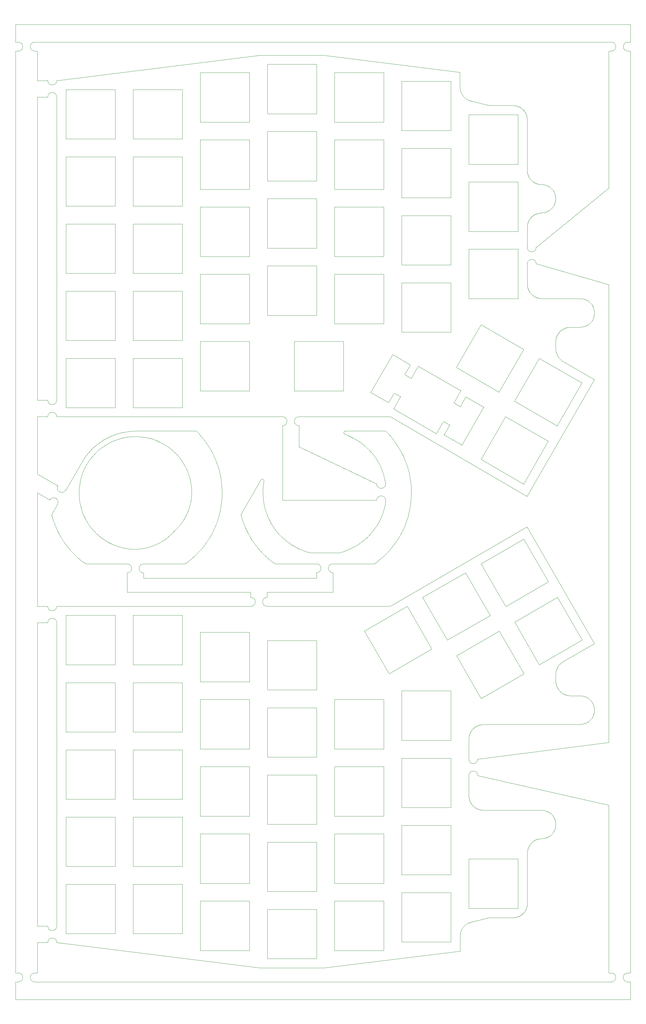
<source format=gbr>
%TF.GenerationSoftware,KiCad,Pcbnew,7.0.8*%
%TF.CreationDate,2024-02-24T01:54:29-05:00*%
%TF.ProjectId,ergothwack-upper components extra panel space,6572676f-7468-4776-9163-6b2d75707065,rev?*%
%TF.SameCoordinates,Original*%
%TF.FileFunction,Profile,NP*%
%FSLAX46Y46*%
G04 Gerber Fmt 4.6, Leading zero omitted, Abs format (unit mm)*
G04 Created by KiCad (PCBNEW 7.0.8) date 2024-02-24 01:54:29*
%MOMM*%
%LPD*%
G01*
G04 APERTURE LIST*
%TA.AperFunction,Profile*%
%ADD10C,0.100000*%
%TD*%
%TA.AperFunction,Profile*%
%ADD11C,0.021166*%
%TD*%
G04 APERTURE END LIST*
D10*
X88548430Y-114273476D02*
X88548430Y-111219721D01*
X93208430Y-117180000D02*
X93208430Y-111219721D01*
X102849246Y-158430000D02*
X102850000Y-157023476D01*
X102850000Y-154423476D02*
X102850000Y-152933476D01*
X98190000Y-154423476D02*
X98190000Y-152933476D01*
X44477676Y-158420000D02*
X44478430Y-157013476D01*
X49139640Y-154455169D02*
X49139640Y-152965169D01*
X44479640Y-154455169D02*
X44479640Y-152965169D01*
X84207676Y-158440000D02*
X84207676Y-159907498D01*
X79547676Y-158440000D02*
X79547676Y-159907498D01*
X21957676Y-257767498D02*
X19009246Y-257767777D01*
X21957676Y-253107498D02*
X19009246Y-253107777D01*
X21957676Y-167106946D02*
X19009246Y-167107225D01*
X21957676Y-162446946D02*
X19009246Y-162447225D01*
X22492160Y-132285188D02*
X19010000Y-130280000D01*
X19010000Y-130280000D02*
X19009246Y-162447225D01*
X21958430Y-108679721D02*
X19010000Y-108680000D01*
X21958430Y-104019721D02*
X19010000Y-104020000D01*
X21958430Y-18019721D02*
X19010000Y-18020000D01*
X21958430Y-13359721D02*
X19010000Y-13360000D01*
D11*
X158283578Y-230929886D02*
X158226970Y-231092845D01*
X161623155Y-50930554D02*
X161448732Y-50947985D01*
X65172949Y-169784715D02*
X79178218Y-169784715D01*
X117732507Y-127224833D02*
X117472842Y-125972616D01*
X117278214Y-221890000D02*
X103272934Y-221890000D01*
X143130555Y-219465548D02*
X143271724Y-219561137D01*
X172981827Y-195960832D02*
X173405162Y-195890275D01*
X158024807Y-39218334D02*
X158042238Y-39392757D01*
X34767285Y-117565907D02*
X34037993Y-118295561D01*
X105950249Y-113363221D02*
X105965083Y-113393879D01*
X27771893Y-145836703D02*
X28388281Y-146561748D01*
X118795172Y-181567490D02*
X111810166Y-169431942D01*
X167300109Y-92326886D02*
X167450040Y-92466671D01*
X79178218Y-207884721D02*
X79178218Y-221890000D01*
X60128994Y-29905000D02*
X46123714Y-29905000D01*
X141373704Y-42111106D02*
X155378994Y-42111106D01*
X161105699Y-51007420D02*
X160937516Y-51048997D01*
X141972662Y-252017218D02*
X141619879Y-252123053D01*
X46122941Y-217127498D02*
X46122941Y-203122219D01*
X166757507Y-179479351D02*
X166640649Y-179671329D01*
X122322932Y-238541103D02*
X122322932Y-224535823D01*
X140158411Y-18133458D02*
X140370678Y-18323946D01*
X142861774Y-196935234D02*
X142734462Y-197047353D01*
X86659352Y-140905675D02*
X87138350Y-141498714D01*
X168415011Y-187356912D02*
X168572573Y-187428381D01*
X165807988Y-48208378D02*
X165906380Y-47877964D01*
X71394560Y-129844044D02*
X71343158Y-128596779D01*
X157989529Y-24472210D02*
X157989529Y-38830273D01*
X166032884Y-46855972D02*
X166018828Y-46512380D01*
X168538074Y-83663559D02*
X168380512Y-83735028D01*
D10*
X12810000Y-5020000D02*
X13580000Y-5020000D01*
D11*
X98228216Y-186118333D02*
X84222936Y-186118333D01*
X54354837Y-116195298D02*
X53466690Y-115754615D01*
X161483235Y-228363262D02*
X161310678Y-228388954D01*
X84081920Y-136253757D02*
X84362598Y-136965220D01*
X159562226Y-51740614D02*
X159428697Y-51848821D01*
X70386254Y-137232583D02*
X70710023Y-136025200D01*
X155241758Y-250473738D02*
X155404716Y-250417130D01*
X159091289Y-229620805D02*
X158977591Y-229749696D01*
X83276563Y-126930279D02*
X83276563Y-126789175D01*
X168113495Y-178180833D02*
X167760717Y-178427781D01*
X166773470Y-185912879D02*
X166869060Y-186054047D01*
X138938767Y-260166383D02*
X138938767Y-255933050D01*
X161140201Y-228422695D02*
X160972017Y-228464271D01*
X167299351Y-178800320D02*
X167154381Y-178953645D01*
X165378642Y-226553394D02*
X165561370Y-226255923D01*
X173493903Y-99112550D02*
X166488450Y-111239727D01*
X158102454Y-231597186D02*
X158076762Y-231769744D01*
X38037730Y-143638130D02*
X38960109Y-144198609D01*
X83412311Y-147909611D02*
X84107452Y-148554661D01*
X82918929Y-126346879D02*
X82888956Y-126340594D01*
D10*
X186510000Y-268927500D02*
X187280000Y-268927500D01*
D11*
X78411003Y-141008871D02*
X78843369Y-141856235D01*
D10*
X187280000Y-266395000D02*
X186510000Y-266385000D01*
D11*
X162011216Y-50895275D02*
X162434556Y-50859997D01*
X59352533Y-139536940D02*
X59732448Y-139050140D01*
D10*
X19009246Y-167107225D02*
X19009246Y-253107777D01*
D11*
X100274338Y-264928885D02*
X138938767Y-260166383D01*
X159876842Y-228956794D02*
X159734676Y-229053381D01*
X46123714Y-68004996D02*
X46123714Y-53999717D01*
X83068146Y-131744248D02*
X83154146Y-132519680D01*
X166435045Y-180071098D02*
X166347953Y-180275788D01*
X159998516Y-74585363D02*
X160148179Y-74669189D01*
X159056792Y-52205535D02*
X158943094Y-52334425D01*
X164894351Y-49684751D02*
X165133302Y-49420224D01*
X165976660Y-46170984D02*
X165906380Y-45833981D01*
X156451374Y-249831324D02*
X156584903Y-249723117D01*
X123711222Y-138399373D02*
X124096797Y-137207544D01*
X135976223Y-111008587D02*
X134177029Y-109985556D01*
X161657659Y-228345831D02*
X161483235Y-228363262D01*
X173405162Y-187811662D02*
X172981827Y-187776383D01*
X138904262Y-15229443D02*
X138904262Y-10996105D01*
X155378994Y-23061108D02*
X155378994Y-37066387D01*
X163968777Y-115622397D02*
X156963345Y-127749554D01*
X70808615Y-124878732D02*
X70502965Y-123655781D01*
X166683688Y-185767389D02*
X166773470Y-185912879D01*
X84222936Y-210248317D02*
X98228216Y-210248317D01*
X79178218Y-202840002D02*
X65172949Y-202840002D01*
X106005770Y-112912131D02*
X105986303Y-112939205D01*
X54433282Y-143984080D02*
X55175492Y-143494179D01*
X136328986Y-70686098D02*
X136328986Y-84691387D01*
X84222936Y-224253607D02*
X84222936Y-210248317D01*
X154907896Y-250564514D02*
X155076080Y-250522937D01*
X176520216Y-193854567D02*
X176675969Y-193541003D01*
D10*
X186530000Y-2480000D02*
X187290000Y-2480000D01*
D11*
X46123714Y-15899721D02*
X60128994Y-15899721D01*
X159562206Y-42006605D02*
X159700159Y-42109108D01*
X83105589Y-126448753D02*
X83081856Y-126428269D01*
X157070507Y-249237514D02*
X157178715Y-249103985D01*
X139264503Y-254283502D02*
X139208863Y-254415003D01*
X118554325Y-113489455D02*
X117813501Y-112713333D01*
X161448712Y-42799240D02*
X161623135Y-42816672D01*
X37179230Y-115657651D02*
X36340177Y-116245608D01*
X39934617Y-144706456D02*
X40960717Y-145158635D01*
X27073716Y-106105002D02*
X27073716Y-92099712D01*
X79178218Y-240939998D02*
X65172949Y-240939998D01*
X46122941Y-178992224D02*
X46122941Y-164986934D01*
X98228216Y-210248317D02*
X98228216Y-224253607D01*
X141373704Y-23061108D02*
X155378994Y-23061108D01*
X65733568Y-114533845D02*
X64843768Y-113514488D01*
X122322932Y-257591106D02*
X122322932Y-243585832D01*
X166758262Y-91647860D02*
X166883388Y-91832499D01*
X158143250Y-39903973D02*
X158192450Y-40069651D01*
X167681670Y-178479633D02*
X167603346Y-178535838D01*
X157870332Y-247728690D02*
X157911909Y-247560505D01*
X165133302Y-44291719D02*
X164894351Y-44027191D01*
X30806631Y-129989804D02*
X30822038Y-130979509D01*
X167154381Y-178953645D02*
X167015200Y-179118959D01*
X163277914Y-43044971D02*
X162870291Y-42931984D01*
X160448835Y-42528611D02*
X160608861Y-42592416D01*
X132166205Y-113442771D02*
X120030666Y-106457765D01*
X157629932Y-248374233D02*
X157700719Y-248217352D01*
X60128994Y-106105002D02*
X46123714Y-106105002D01*
X83248639Y-126676799D02*
X83235912Y-126642416D01*
X43673582Y-114589315D02*
X42666489Y-114825929D01*
X44684267Y-114420862D02*
X43673582Y-114589315D01*
X166834561Y-85037888D02*
X166738972Y-85179056D01*
X141482227Y-252174921D02*
X141347147Y-252231246D01*
X175614019Y-188748659D02*
X175316672Y-188523978D01*
X144372581Y-196133432D02*
X144204282Y-196185252D01*
X142494732Y-197287082D02*
X142382613Y-197414394D01*
X176675969Y-193541003D02*
X176803403Y-193216329D01*
X158042238Y-39392757D02*
X158067931Y-39565314D01*
X79178218Y-188834723D02*
X79178218Y-202840002D01*
X168261324Y-187279189D02*
X168415011Y-187356912D01*
X157281219Y-248966031D02*
X157377805Y-248823866D01*
X145077103Y-195996110D02*
X144896570Y-196019650D01*
X144896570Y-220173122D02*
X145077103Y-220196661D01*
X157989529Y-38830273D02*
X158024807Y-39218334D01*
X106418789Y-112713333D02*
X106277676Y-112713333D01*
X166487640Y-85627894D02*
X166416170Y-85785456D01*
X65173712Y-82292502D02*
X65173712Y-68287212D01*
X157035994Y-21889693D02*
X156922296Y-21760802D01*
X89907677Y-144133152D02*
X90531978Y-144587150D01*
X41078996Y-53999717D02*
X41078996Y-68004996D01*
X165344142Y-49138127D02*
X165526869Y-48840656D01*
X84222936Y-205168331D02*
X84222936Y-191163051D01*
X167688306Y-186908743D02*
X167825004Y-187009991D01*
X144718873Y-196050483D02*
X144544161Y-196088460D01*
X141372930Y-234060827D02*
X155378210Y-234060827D01*
X46123714Y-53999717D02*
X60128994Y-53999717D01*
X158834866Y-41279264D02*
X158943074Y-41412793D01*
X106105343Y-112812623D02*
X106077220Y-112836040D01*
X160937495Y-42698225D02*
X161105679Y-42739803D01*
X166160195Y-90236733D02*
X166210080Y-90440184D01*
X160483355Y-228633882D02*
X160326475Y-228704668D01*
X157877400Y-23566700D02*
X157835822Y-23398516D01*
X157989529Y-71109437D02*
X157988430Y-65339721D01*
X119299014Y-146092860D02*
X120111438Y-145081175D01*
X158461207Y-40703034D02*
X158545320Y-40852982D01*
X159299807Y-51962519D02*
X159175767Y-52081495D01*
X177029952Y-191850968D02*
X177015793Y-191504073D01*
X28388281Y-146561748D02*
X29031903Y-147261523D01*
X165906380Y-47877964D02*
X165976660Y-47540960D01*
X154530347Y-20503252D02*
X154355923Y-20485821D01*
X161477880Y-75107566D02*
X161658414Y-75131105D01*
X60128230Y-198077500D02*
X46122941Y-198077500D01*
X117377646Y-134808497D02*
X117663218Y-133564631D01*
X103273708Y-11137219D02*
X117278998Y-11137219D01*
X84223721Y-22778881D02*
X84223721Y-8773602D01*
X158312883Y-53354587D02*
X158249078Y-53514613D01*
X165344142Y-44573817D02*
X165133302Y-44291719D01*
X107124335Y-114018620D02*
X106242398Y-113665837D01*
X176520216Y-189847369D02*
X176336145Y-189547138D01*
X166053330Y-224614832D02*
X166067386Y-224271240D01*
X159734676Y-229053381D02*
X159596723Y-229155884D01*
X159443079Y-74191985D02*
X159575159Y-74298743D01*
X113574835Y-101801108D02*
X119783718Y-91041383D01*
X177016558Y-79587859D02*
X177030717Y-79240964D01*
X161658414Y-75131105D02*
X162046455Y-75166383D01*
D10*
X143947676Y-210417498D02*
X181120000Y-218820000D01*
D11*
X143271724Y-219561137D02*
X143417213Y-219650919D01*
X158101673Y-39735790D02*
X158143250Y-39903973D01*
X138904262Y-15229443D02*
X138939541Y-15617504D01*
X147546555Y-250676662D02*
X147334885Y-250711940D01*
X61996917Y-125292568D02*
X61636103Y-124294864D01*
X169378819Y-83405204D02*
X169204107Y-83443181D01*
X52886024Y-144819911D02*
X53669575Y-144426077D01*
X98228990Y-60878887D02*
X84223721Y-60878887D01*
X142734465Y-219145422D02*
X142861778Y-219257542D01*
X80335290Y-144291357D02*
X80894264Y-145062757D01*
X157911909Y-247560505D02*
X157945651Y-247390028D01*
X82795496Y-126334994D02*
X82763379Y-126337675D01*
X154737418Y-250598255D02*
X154907896Y-250564514D01*
X157030014Y-181564927D02*
X144902858Y-188570359D01*
X176123755Y-194439476D02*
X176336145Y-194154799D01*
X60128994Y-48954998D02*
X46123714Y-48954998D01*
X60857400Y-150415022D02*
X61739337Y-149780022D01*
X159175767Y-52081495D02*
X159056792Y-52205535D01*
X165940882Y-225293231D02*
X166011162Y-224956228D01*
X159463194Y-229264091D02*
X159334304Y-229377789D01*
X162045716Y-228310543D02*
X162469051Y-228275264D01*
X154564861Y-250623948D02*
X154737418Y-250598255D01*
X166230290Y-184640441D02*
X166275262Y-184812021D01*
X122322932Y-200405839D02*
X122322932Y-186400549D01*
X159210264Y-229496765D02*
X159091289Y-229620805D01*
D10*
X12810000Y-266397500D02*
X13590000Y-266392500D01*
D11*
X103272934Y-240939998D02*
X103272934Y-226934719D01*
X103272934Y-259989996D02*
X103272934Y-245984717D01*
X163691922Y-227938502D02*
X164043322Y-227766217D01*
X158162110Y-72202021D02*
X158213930Y-72370319D01*
X162870291Y-50779954D02*
X163277914Y-50666968D01*
X46122941Y-184072221D02*
X60128230Y-184072221D01*
X143130553Y-196727228D02*
X142993854Y-196828476D01*
X141827686Y-198273177D02*
X141756217Y-198430739D01*
X176336145Y-189547138D02*
X176123755Y-189262461D01*
X154361294Y-104234295D02*
X161366726Y-92107118D01*
X67844464Y-142985276D02*
X68475192Y-141881117D01*
D10*
X19010000Y-124900000D02*
X24822160Y-128249510D01*
D11*
X169067029Y-187603786D02*
X169238609Y-187648758D01*
X157918218Y-139869167D02*
X119147945Y-162446946D01*
X89306011Y-143653574D02*
X89907677Y-144133152D01*
X105941130Y-113024559D02*
X105930526Y-113054152D01*
X32705089Y-119887161D02*
X32106024Y-120746419D01*
X46816835Y-112738365D02*
X45899620Y-112773643D01*
X58992805Y-119920262D02*
X58316467Y-119177349D01*
X142993854Y-196828476D02*
X142861774Y-196935234D01*
X27073716Y-48954998D02*
X27073716Y-34949719D01*
X93242865Y-146128094D02*
X93970843Y-146439756D01*
X177015793Y-192197864D02*
X177029952Y-191850968D01*
X106075360Y-113540806D02*
X106104728Y-113568421D01*
X116501663Y-148902245D02*
X117493920Y-148005940D01*
X98228990Y-41828889D02*
X84223721Y-41828889D01*
X140369911Y-252831449D02*
X140157642Y-253019741D01*
X136328986Y-65641379D02*
X122323716Y-65641379D01*
X31116356Y-149195278D02*
X31859096Y-149780022D01*
X160785589Y-74941966D02*
X160953888Y-74993786D01*
X84222936Y-248348334D02*
X98228216Y-248348334D01*
X103273708Y-44192496D02*
X103273708Y-30187217D01*
X105982306Y-113424208D02*
X106001933Y-113454136D01*
X166565362Y-85474207D02*
X166487640Y-85627894D01*
X69044942Y-140751223D02*
X69553506Y-139598139D01*
X119783718Y-91041383D02*
X124828416Y-93969423D01*
X147793493Y-250676662D02*
X147546555Y-250676662D01*
X111810166Y-169431942D02*
X123945715Y-162446946D01*
X56588806Y-142371699D02*
X57153259Y-141842534D01*
X158213930Y-72370319D02*
X158272448Y-72535187D01*
X166738972Y-85179056D02*
X166649189Y-85324545D01*
X166018828Y-46512380D02*
X165976660Y-46170984D01*
X173543437Y-172003841D02*
X161416265Y-179009273D01*
X167556227Y-186801985D02*
X167688306Y-186908743D01*
X83057038Y-126409698D02*
X83031199Y-126393078D01*
X60128230Y-164986934D02*
X60128230Y-178992224D01*
X164008825Y-50350950D02*
X164332112Y-50152310D01*
X41078222Y-203122219D02*
X41078222Y-217127498D01*
X29701778Y-147934634D02*
X30396922Y-148579684D01*
X83128173Y-126471109D02*
X83105589Y-126448753D01*
X141620632Y-19039450D02*
X141973415Y-19145275D01*
X155875143Y-250204983D02*
X156025092Y-250120870D01*
X136328212Y-224535823D02*
X136328212Y-238541103D01*
X166067386Y-224271240D02*
X166053330Y-223927648D01*
X118619554Y-104693890D02*
X113574835Y-101801108D01*
X142993857Y-219364300D02*
X143130555Y-219465548D01*
X164043322Y-227766217D02*
X164366610Y-227567578D01*
X139459198Y-17242830D02*
X139610076Y-17483031D01*
X175316672Y-195177958D02*
X175614019Y-194953278D01*
X143720561Y-196380308D02*
X143566874Y-196458030D01*
X27072953Y-198077500D02*
X27072953Y-184072221D01*
X158024053Y-246654995D02*
X158024053Y-232296932D01*
X27072953Y-178992224D02*
X27072953Y-164986934D01*
X125018981Y-132310136D02*
X125093465Y-131065985D01*
X117472842Y-125972616D02*
X117121400Y-124738924D01*
X147300381Y-20415274D02*
X147512030Y-20450553D01*
X158486709Y-73007726D02*
X158570536Y-73157389D01*
X82763379Y-126337675D02*
X82730886Y-126342694D01*
X139610076Y-17483031D02*
X139777386Y-17712121D01*
X88173114Y-142621529D02*
X88727612Y-143149379D01*
X71382917Y-131091024D02*
X71394560Y-129844044D01*
X67152964Y-144061154D02*
X67844464Y-142985276D01*
X157821132Y-247894368D02*
X157870332Y-247728690D01*
X83169632Y-126521287D02*
X83149542Y-126495300D01*
X62000971Y-134697469D02*
X62182760Y-134109279D01*
X27072953Y-217127498D02*
X27072953Y-203122219D01*
X159056772Y-41541684D02*
X159175747Y-41665723D01*
X124828416Y-93969423D02*
X123240932Y-96721091D01*
X87138350Y-141498714D02*
X87643149Y-142070987D01*
X169771551Y-187741105D02*
X170159612Y-187776383D01*
X23039640Y-136480312D02*
X24691864Y-133555188D01*
X47860603Y-146157036D02*
X48728490Y-146057603D01*
X65172949Y-240939998D02*
X65172949Y-226934719D01*
X175614785Y-82343274D02*
X175883812Y-82096372D01*
X115338254Y-139513949D02*
X115982150Y-138389469D01*
X136328986Y-84691387D02*
X122323716Y-84691387D01*
X65172949Y-188834723D02*
X79178218Y-188834723D01*
X117278214Y-245984717D02*
X117278214Y-259989996D01*
X167077066Y-186322824D02*
X167189185Y-186450137D01*
X158495725Y-230459457D02*
X158418169Y-230612979D01*
X114605422Y-140594355D02*
X115338254Y-139513949D01*
X166067383Y-183719438D02*
X166067383Y-181708614D01*
X155530230Y-20773877D02*
X155370204Y-20710072D01*
X32019058Y-124136401D02*
X31658965Y-125086690D01*
X84223721Y-65923606D02*
X98228990Y-65923606D01*
X175317439Y-75913978D02*
X174991775Y-75713740D01*
X41078996Y-15899721D02*
X41078996Y-29905000D01*
X141085061Y-252356905D02*
X140834344Y-252499308D01*
X31647406Y-121522532D02*
X27021864Y-129519510D01*
X160023005Y-228866338D02*
X159876842Y-228956794D01*
X78012743Y-140146004D02*
X78411003Y-141008871D01*
X136328212Y-200405839D02*
X122322932Y-200405839D01*
X136328986Y-51636100D02*
X136328986Y-65641379D01*
X157552375Y-248527754D02*
X157629932Y-248374233D01*
X23611918Y-138404376D02*
X23939021Y-139294062D01*
D10*
X13590000Y-268932500D02*
X12810000Y-268937500D01*
D11*
X169032528Y-83488153D02*
X168864230Y-83539973D01*
X36351501Y-142371417D02*
X37168015Y-143028054D01*
X124213518Y-123630746D02*
X123843790Y-122420237D01*
X33349837Y-119069760D02*
X32705089Y-119887161D01*
X144204282Y-196185252D02*
X144039414Y-196243770D01*
X118426440Y-147068630D02*
X119299014Y-146092860D01*
X176803403Y-193216329D02*
X176902518Y-192882766D01*
X154873383Y-20562687D02*
X154702905Y-20528945D01*
X46122941Y-203122219D02*
X60128230Y-203122219D01*
D10*
X19010000Y-104020000D02*
X19010000Y-18020000D01*
D11*
X158766881Y-230021178D02*
X158670294Y-230163344D01*
X147475998Y-165022223D02*
X135340439Y-172007228D01*
X139209637Y-16732610D02*
X139325478Y-16992397D01*
X173844101Y-187891907D02*
X173405162Y-187811662D01*
X141580814Y-198925194D02*
X141535842Y-199096774D01*
X82698083Y-126350091D02*
X82665034Y-126359903D01*
X166018828Y-47199564D02*
X166032884Y-46855972D01*
X60128230Y-217127498D02*
X46122941Y-217127498D01*
X41078996Y-29905000D02*
X27073716Y-29905000D01*
X160608861Y-42592416D02*
X160771818Y-42649025D01*
X166292583Y-86111614D02*
X166240763Y-86279913D01*
X156171255Y-250030414D02*
X156313421Y-249933827D01*
X117278998Y-82292502D02*
X103273708Y-82292502D01*
X41078996Y-34949719D02*
X41078996Y-48954998D01*
X158272448Y-72535187D02*
X158337517Y-72696477D01*
X103273708Y-25142498D02*
X103273708Y-11137219D01*
X120863503Y-144036120D02*
X121555003Y-142960240D01*
X79179002Y-11137219D02*
X79179002Y-25142498D01*
X156136743Y-21096791D02*
X155990580Y-21006334D01*
X144544161Y-196088460D02*
X144372581Y-196133432D01*
X155207246Y-20653464D02*
X155041568Y-20604264D01*
X174637024Y-188150168D02*
X174254722Y-188005483D01*
X167154687Y-84641799D02*
X167042568Y-84769111D01*
X141756217Y-198430739D02*
X141691150Y-198592028D01*
X60128230Y-203122219D02*
X60128230Y-217127498D01*
X61316284Y-136412015D02*
X61567371Y-135849715D01*
X38731651Y-116480350D02*
X37785730Y-117077536D01*
X79178218Y-183790004D02*
X65172949Y-183790004D01*
X27073716Y-34949719D02*
X41078996Y-34949719D01*
X96329355Y-147215002D02*
X104654894Y-147215002D01*
X52553325Y-115368915D02*
X51617623Y-115039517D01*
X106048447Y-113512506D02*
X106075360Y-113540806D01*
X60128230Y-255227494D02*
X46122941Y-255227494D01*
X142734462Y-197047353D02*
X142612065Y-197164685D01*
X161105679Y-42739803D02*
X161276155Y-42773546D01*
X122323716Y-32586102D02*
X136328986Y-32586102D01*
X158408987Y-72854040D02*
X158486709Y-73007726D01*
X83170728Y-127776948D02*
X83077090Y-128579219D01*
X83149542Y-126495300D02*
X83128173Y-126471109D01*
X82098821Y-146536723D02*
X82742441Y-147236500D01*
X27072953Y-164986934D02*
X41078222Y-164986934D01*
X123409777Y-121224715D02*
X122911271Y-120046723D01*
X167521729Y-84289952D02*
X167394416Y-84402071D01*
X30898153Y-131965157D02*
X31034437Y-132943713D01*
X124881867Y-133548912D02*
X125018981Y-132310136D01*
X65173712Y-87337221D02*
X79179002Y-87337221D01*
D10*
X12810000Y-2480000D02*
X12810000Y2480000D01*
D11*
X157013098Y-143366807D02*
X164018525Y-155493984D01*
X141408209Y-216174994D02*
X141407676Y-210417498D01*
X162011216Y-50895275D02*
X161623155Y-50930554D01*
X65172949Y-202840002D02*
X65172949Y-188834723D01*
X176974080Y-79932533D02*
X177016558Y-79587859D01*
X165681485Y-48530008D02*
X165807988Y-48208378D01*
X165526869Y-48840656D02*
X165681485Y-48530008D01*
X30960082Y-128010368D02*
X30852467Y-128999078D01*
X45899620Y-112773643D02*
X44854070Y-112863955D01*
X158136195Y-231426708D02*
X158102454Y-231597186D01*
X106135598Y-112790297D02*
X106105343Y-112812623D01*
X158067931Y-39565314D02*
X158101673Y-39735790D01*
X158337517Y-72696477D02*
X158408987Y-72854040D01*
X32741033Y-150415022D02*
X44479640Y-150425169D01*
X140157642Y-253019741D02*
X139959635Y-253221881D01*
X27072953Y-241222215D02*
X41078222Y-241222215D01*
X127050930Y-94322206D02*
X139151211Y-101307212D01*
X155378994Y-75166383D02*
X141373704Y-75166383D01*
X167272020Y-84519403D02*
X167154687Y-84641799D01*
X141347904Y-18930870D02*
X141620632Y-19039450D01*
X159988507Y-51451067D02*
X159842344Y-51541523D01*
X173405931Y-75201662D02*
X172982591Y-75166383D01*
X83188379Y-126549030D02*
X83169632Y-126521287D01*
X139609303Y-253664817D02*
X139458426Y-253904165D01*
X144718874Y-220142290D02*
X144896570Y-220173122D01*
X160301867Y-74746911D02*
X160459430Y-74818381D01*
X136328986Y-13536104D02*
X136328986Y-27541383D01*
X141497867Y-199271486D02*
X141467035Y-199449183D01*
X83221583Y-126609633D02*
X83205717Y-126578492D01*
X62727130Y-131082812D02*
X62762408Y-130271431D01*
X136328986Y-46591381D02*
X122323716Y-46591381D01*
X83077090Y-128579219D02*
X83020646Y-129378047D01*
X176973315Y-192542537D02*
X177015793Y-192197864D01*
X34797149Y-119703607D02*
X34109394Y-120537559D01*
X61567371Y-135849715D02*
X61795720Y-135277907D01*
X71228505Y-127351776D02*
X71050392Y-126111578D01*
X177015793Y-191504073D02*
X176973315Y-191159400D01*
X68009400Y-117778548D02*
X67316177Y-116668420D01*
X158192470Y-53677571D02*
X158143271Y-53843249D01*
X65173712Y-11137219D02*
X79179002Y-11137219D01*
X167604107Y-92591367D02*
X167761481Y-92699424D01*
X139033714Y-254963876D02*
X139002233Y-255106358D01*
X136328986Y-32586102D02*
X136328986Y-46591381D01*
X158732363Y-41141311D02*
X158834866Y-41279264D01*
X136328212Y-238541103D02*
X122322932Y-238541103D01*
X167306518Y-186572534D02*
X167428914Y-186689866D01*
X106167972Y-112769134D02*
X106135598Y-112790297D01*
X27073716Y-29905000D02*
X27073716Y-15899721D01*
X160291956Y-42457823D02*
X160448835Y-42528611D01*
X105916073Y-113114622D02*
X105912251Y-113145358D01*
D10*
X181090000Y-71200000D02*
X181090000Y-201040000D01*
D11*
X155840631Y-20922221D02*
X155687110Y-20844664D01*
X174991775Y-75713740D02*
X174637792Y-75540168D01*
X122755482Y-140726186D02*
X123264048Y-139573102D01*
X168733863Y-187493449D02*
X168898731Y-187551966D01*
X38951181Y-114632838D02*
X38050323Y-115119613D01*
X106136563Y-113595280D02*
X106242398Y-113665837D01*
X168572573Y-187428381D02*
X168733863Y-187493449D01*
X157178715Y-249103985D02*
X157281219Y-248966031D01*
X160608881Y-51154805D02*
X160448856Y-51218609D01*
X71343158Y-128596779D02*
X71228505Y-127351776D01*
X166161480Y-184288032D02*
X166192313Y-184465729D01*
X52084282Y-145165325D02*
X52886024Y-144819911D01*
X141373704Y-56116385D02*
X141373704Y-42111106D01*
X24497676Y-167106946D02*
X24497676Y-253107498D01*
X31362795Y-126051138D02*
X31130013Y-127026709D01*
X176336910Y-76937136D02*
X176124521Y-76652459D01*
D10*
X181100000Y-5020000D02*
X181090000Y-43890000D01*
D11*
X60747345Y-137504576D02*
X61042821Y-136963928D01*
X64102944Y-112738375D02*
X46816856Y-112738375D01*
X141691150Y-198592028D02*
X141632632Y-198756896D01*
X173844101Y-195810030D02*
X174254722Y-195696454D01*
X158579838Y-230309508D02*
X158495725Y-230459457D01*
X157730012Y-23069880D02*
X157666207Y-22909854D01*
X98228990Y-65923606D02*
X98228990Y-79928875D01*
X158249058Y-40232608D02*
X158312863Y-40392634D01*
X167760717Y-178427781D02*
X167681670Y-178479633D01*
X41665868Y-115132021D02*
X40674601Y-115508911D01*
X59623758Y-120708934D02*
X58992805Y-119920262D01*
D10*
X13580000Y-2480000D02*
X12810000Y-2480000D01*
D11*
X139111625Y-254685047D02*
X139070209Y-254823408D01*
X164661786Y-227344779D02*
X164928850Y-227100018D01*
X83274176Y-133286856D02*
X83427601Y-134044814D01*
X156313421Y-249933827D02*
X156451374Y-249831324D01*
X83000762Y-130172469D02*
X83016807Y-130961524D01*
X117278214Y-259989996D02*
X103272934Y-259989996D01*
D10*
X19009246Y-257767777D02*
X19010000Y-266397500D01*
D11*
X161125469Y-75038758D02*
X161300182Y-75076734D01*
X156584903Y-249723117D02*
X156713794Y-249609419D01*
X136328212Y-186400549D02*
X136328212Y-200405839D01*
X79178218Y-259989996D02*
X65172949Y-259989996D01*
X41078996Y-87054994D02*
X27073716Y-87054994D01*
X159428697Y-51848821D02*
X159299807Y-51962519D01*
X154002386Y-250676662D02*
X154390437Y-250641379D01*
X60206446Y-121542048D02*
X59623758Y-120708934D01*
X82247391Y-264928885D02*
X100274338Y-264928885D01*
X122323716Y-65641379D02*
X122323716Y-51636100D01*
X120242316Y-101942221D02*
X118619554Y-104693890D01*
X164008825Y-43360991D02*
X163657425Y-43188705D01*
X116142149Y-122349882D02*
X115513824Y-121205914D01*
X84222936Y-229298325D02*
X98228216Y-229298325D01*
D10*
X181090000Y-43890000D02*
X160528430Y-60679721D01*
D11*
X147794277Y-20450553D02*
X153967881Y-20450553D01*
X168864230Y-83539973D02*
X168699363Y-83598491D01*
X158869384Y-229883225D02*
X158766881Y-230021178D01*
X27073716Y-53999717D02*
X41078996Y-53999717D01*
X140595720Y-252657730D02*
X140369911Y-252831449D01*
X123264048Y-139573102D02*
X123711222Y-138399373D01*
X27073716Y-92099712D02*
X41078996Y-92099712D01*
X162434556Y-42851940D02*
X162011216Y-42816662D01*
D10*
X143947676Y-205757498D02*
X181090000Y-201040000D01*
D11*
X117002105Y-136031052D02*
X117377646Y-134808497D01*
X60128230Y-184072221D02*
X60128230Y-198077500D01*
X79178218Y-245984717D02*
X79178218Y-259989996D01*
X166599861Y-185617727D02*
X166683688Y-185767389D01*
X158834887Y-52467954D02*
X158732383Y-52605908D01*
X46123714Y-92099712D02*
X60128994Y-92099712D01*
X159428677Y-41898397D02*
X159562206Y-42006605D01*
D10*
X18240000Y-2480000D02*
X181870000Y-2480000D01*
D11*
X27073716Y-15899721D02*
X41078996Y-15899721D01*
X62583744Y-132306989D02*
X62668072Y-131696580D01*
X109785807Y-115408362D02*
X108502381Y-114672928D01*
X117278214Y-202840002D02*
X103272934Y-202840002D01*
D10*
X181850000Y-266385000D02*
X181090000Y-266395000D01*
D11*
X117121400Y-124738924D02*
X116677921Y-123529449D01*
X85781285Y-139661143D02*
X86206785Y-140292830D01*
X50432845Y-145709856D02*
X51266005Y-145462059D01*
X23321867Y-137503373D02*
X23611918Y-138404376D01*
X27072953Y-203122219D02*
X41078222Y-203122219D01*
X62527652Y-127400216D02*
X62295060Y-126328124D01*
X165807988Y-45503566D02*
X165681485Y-45181936D01*
X166102662Y-181285284D02*
X166067383Y-181708624D01*
X84107452Y-148554661D02*
X84826879Y-149170256D01*
X117278214Y-240939998D02*
X103272934Y-240939998D01*
X155721622Y-250282539D02*
X155875143Y-250204983D01*
X158545320Y-40852982D02*
X158635776Y-40999146D01*
X141619879Y-252123053D02*
X141482227Y-252174921D01*
X44322911Y-146052475D02*
X45213948Y-146154476D01*
X156278908Y-21193377D02*
X156136743Y-21096791D01*
X159334304Y-229377789D02*
X159210264Y-229496765D01*
X157954271Y-24084159D02*
X157936838Y-23909735D01*
X65172949Y-221890000D02*
X65172949Y-207884721D01*
X143878125Y-219883937D02*
X144039415Y-219949005D01*
X176123755Y-189262461D02*
X175883046Y-188995560D01*
X176804168Y-77875605D02*
X176676734Y-77550931D01*
X84222936Y-191163051D02*
X98228216Y-191163051D01*
X177039537Y-98132204D02*
X168078986Y-92946392D01*
X176676734Y-80930999D02*
X176804168Y-80606324D01*
X174991008Y-195378196D02*
X175316672Y-195177958D01*
X59732448Y-139050140D02*
X60091796Y-138548560D01*
X162904786Y-220347251D02*
X162469051Y-220267208D01*
X144866197Y-82574708D02*
X157001756Y-89559714D01*
X160953888Y-74993786D02*
X161125469Y-75038758D01*
X158024787Y-71497499D02*
X158048327Y-71678032D01*
X159988487Y-42296152D02*
X160138435Y-42380266D01*
X158059332Y-231944169D02*
X158024043Y-232332220D01*
X84223721Y-27823600D02*
X98228990Y-27823600D01*
X82498368Y-126446559D02*
X82465202Y-126471681D01*
X160138435Y-42380266D02*
X160291956Y-42457823D01*
X98228216Y-191163051D02*
X98228216Y-205168331D01*
X122323716Y-84691387D02*
X122323716Y-70686098D01*
X117663218Y-133564631D02*
X117820000Y-132393476D01*
X160972017Y-228464271D02*
X160806339Y-228513470D01*
X41078222Y-241222215D02*
X41078222Y-255227494D01*
X42654076Y-145687799D02*
X43430219Y-145899469D01*
X67316177Y-116668420D02*
X66557635Y-115586004D01*
X31485375Y-134867402D02*
X31798955Y-135806464D01*
X137140387Y-104764446D02*
X138939541Y-105822776D01*
X175614785Y-76138658D02*
X175317439Y-75913978D01*
X157989529Y-24472210D02*
X157954271Y-24084159D01*
X167825004Y-187009991D02*
X167966172Y-187105581D01*
X158042259Y-54354467D02*
X158024827Y-54528891D01*
X176903283Y-78209167D02*
X176804168Y-77875605D01*
X79179002Y-101342490D02*
X65173712Y-101342490D01*
X176336910Y-81544794D02*
X176520982Y-81244563D01*
X166869060Y-186054047D02*
X166970308Y-186190745D01*
X58952412Y-140008083D02*
X59352533Y-139536940D01*
X167189185Y-186450137D02*
X167306518Y-186572534D01*
X79178218Y-169784715D02*
X79178218Y-183790004D01*
X55894551Y-142956633D02*
X56588806Y-142371699D01*
X79179002Y-30187217D02*
X79179002Y-44192496D01*
X138954668Y-255397008D02*
X138938767Y-255544994D01*
X124939056Y-127326739D02*
X124760944Y-126086542D01*
X85569612Y-149755000D02*
X86451570Y-150390000D01*
X166273194Y-90645598D02*
X166348710Y-90851425D01*
X121026734Y-116643388D02*
X120268192Y-115560972D01*
X174254722Y-195696454D02*
X174637024Y-195551768D01*
X167966172Y-187105581D02*
X168111662Y-187195363D01*
X175316672Y-188523978D02*
X174991008Y-188323741D01*
X160172954Y-228782225D02*
X160023005Y-228866338D01*
X147052659Y-250747214D02*
X146840999Y-250817775D01*
X84222936Y-186118333D02*
X84222936Y-172113053D01*
X60128994Y-68004996D02*
X46123714Y-68004996D01*
X156803321Y-21636762D02*
X156679281Y-21517787D01*
X81482435Y-145811677D02*
X82098821Y-146536723D01*
X160291976Y-51289397D02*
X160138456Y-51366953D01*
X167603346Y-178535838D02*
X167449281Y-178660534D01*
X160448856Y-51218609D02*
X160291976Y-51289397D01*
X168226825Y-83812750D02*
X168077163Y-83896576D01*
X122323716Y-70686098D02*
X136328986Y-70686098D01*
X84222936Y-262353608D02*
X84222936Y-248348334D01*
X154702905Y-20528945D02*
X154530347Y-20503252D01*
X139070209Y-254823408D02*
X139033714Y-254963876D01*
X46123714Y-73049714D02*
X60128994Y-73049714D01*
X64715902Y-147093660D02*
X65588477Y-146117891D01*
X46123714Y-48954998D02*
X46123714Y-34949719D01*
X83031199Y-126393078D02*
X83004404Y-126378447D01*
X66557635Y-115586004D02*
X65733568Y-114533845D01*
X122322932Y-219491105D02*
X122322932Y-205485825D01*
X113978484Y-119047536D02*
X113070952Y-118044509D01*
X60128994Y-53999717D02*
X60128994Y-68004996D01*
X130930720Y-174547217D02*
X118795172Y-181567490D01*
X158943094Y-52334425D02*
X158834887Y-52467954D01*
X176974080Y-78549396D02*
X176903283Y-78209167D01*
X146806484Y-20309439D02*
X147053432Y-20379996D01*
X160643381Y-228570078D02*
X160483355Y-228633882D01*
X139157874Y-254548882D02*
X139111625Y-254685047D01*
X166192313Y-184465729D02*
X166230290Y-184640441D01*
X138939541Y-105822776D02*
X140562323Y-103035829D01*
X158977591Y-229749696D02*
X158869384Y-229883225D01*
X105572110Y-146968054D02*
X107007121Y-146445107D01*
X103273708Y-63242494D02*
X103273708Y-49237214D01*
X160326475Y-228704668D02*
X160172954Y-228782225D01*
X166195790Y-86451493D02*
X166157813Y-86626206D01*
X46704888Y-114283170D02*
X45695663Y-114319253D01*
X159842324Y-42205695D02*
X159988487Y-42296152D01*
X84362598Y-136965220D02*
X84673506Y-137662652D01*
X160148179Y-74669189D02*
X160301867Y-74746911D01*
X70502965Y-123655781D02*
X70133236Y-122445272D01*
X147512030Y-20450553D02*
X147794277Y-20450553D01*
X166538000Y-159876674D02*
X173543437Y-172003841D01*
X164366610Y-227567578D02*
X164661786Y-227344779D01*
X144544161Y-220104314D02*
X144718874Y-220142290D01*
X83020646Y-129378047D02*
X83000762Y-130172469D01*
X157911143Y-23737178D02*
X157877400Y-23566700D01*
X41078996Y-106105002D02*
X27073716Y-106105002D01*
X157835822Y-23398516D02*
X157786621Y-23232838D01*
X149981472Y-101695273D02*
X137845933Y-94710288D01*
X176676734Y-77550931D02*
X176520982Y-77237367D01*
X30396922Y-148579684D02*
X31116356Y-149195278D01*
X135340439Y-172007228D02*
X128320165Y-159906948D01*
X34226525Y-140152504D02*
X34880220Y-140930606D01*
X166240763Y-86279913D02*
X166195790Y-86451493D01*
X158312863Y-40392634D02*
X158383650Y-40549513D01*
X157144201Y-22023222D02*
X157035994Y-21889693D01*
X137897405Y-176443192D02*
X150024572Y-169437740D01*
D10*
X115280000Y-132393476D02*
X88538430Y-132393476D01*
D11*
X159076036Y-73840137D02*
X159193369Y-73962533D01*
X146806484Y-20309439D02*
X141973415Y-19145275D01*
X159700179Y-51638110D02*
X159562226Y-51740614D01*
X30822038Y-130979509D02*
X30898153Y-131965157D01*
X103272934Y-207884721D02*
X117278214Y-207884721D01*
X62295060Y-126328124D02*
X61996917Y-125292568D01*
X141443497Y-199629716D02*
X141408209Y-200017777D01*
X71308434Y-132335174D02*
X71382917Y-131091024D01*
X158963916Y-73712824D02*
X159076036Y-73840137D01*
X57597625Y-118481513D02*
X56839160Y-117834073D01*
X60128994Y-73049714D02*
X60128994Y-87054994D01*
X94717658Y-146720064D02*
X95482676Y-146968054D01*
X175883812Y-76385559D02*
X175614785Y-76138658D01*
X60430216Y-138033079D02*
X60747345Y-137504576D01*
X33628176Y-139339985D02*
X34226525Y-140152504D01*
X46101679Y-146205731D02*
X46984448Y-146206499D01*
X165526869Y-44871288D02*
X165344142Y-44573817D01*
X164627287Y-43782430D02*
X164332112Y-43559631D01*
X60128994Y-92099712D02*
X60128994Y-106105002D01*
X24497676Y-257767498D02*
X82247391Y-264928885D01*
X163312410Y-228082236D02*
X163691922Y-227938502D01*
X79806495Y-143498873D02*
X80335290Y-144291357D01*
X140370678Y-18323946D02*
X140596485Y-18499810D01*
X136328212Y-257591106D02*
X122322932Y-257591106D01*
X120111438Y-145081175D02*
X120863503Y-144036120D01*
X166011162Y-223586252D02*
X165940882Y-223249248D01*
X169413321Y-187686734D02*
X169591018Y-187717566D01*
D10*
X181100000Y-5020000D02*
X181870000Y-5020000D01*
D11*
X46122941Y-241222215D02*
X60128230Y-241222215D01*
X165681485Y-45181936D02*
X165526869Y-44871288D01*
X141535842Y-199096774D02*
X141497867Y-199271486D01*
X165167802Y-221706987D02*
X164928850Y-221442459D01*
X40833098Y-113818452D02*
X39879530Y-114198670D01*
X165906380Y-45833981D02*
X165807988Y-45503566D01*
X84673506Y-137662652D02*
X85014012Y-138345092D01*
X98228990Y-22778881D02*
X84223721Y-22778881D01*
X164661786Y-221197697D02*
X164366610Y-220974898D01*
X158635797Y-52748073D02*
X158545340Y-52894237D01*
X159700159Y-42109108D02*
X159842324Y-42205695D01*
X65172949Y-259989996D02*
X65172949Y-245984717D01*
X107007121Y-146445107D02*
X108355264Y-145832560D01*
X82730886Y-126342694D02*
X82698083Y-126350091D01*
X166385600Y-185145188D02*
X166450669Y-185306477D01*
X157945651Y-247390028D02*
X157971344Y-247217470D01*
X174637792Y-82941766D02*
X174991775Y-82768193D01*
X167761481Y-92699424D02*
X168114264Y-92946372D01*
X144039415Y-219949005D02*
X144204283Y-220007523D01*
X138904262Y-10996105D02*
X100239813Y-6233613D01*
X136328212Y-219491105D02*
X122322932Y-219491105D01*
X163312410Y-220460238D02*
X162904786Y-220347251D01*
X79179002Y-82292502D02*
X65173712Y-82292502D01*
X69699222Y-121249749D02*
X69200716Y-120071757D01*
X31130013Y-127026709D02*
X30960082Y-128010368D01*
D10*
X12810000Y-273897500D02*
X187280000Y-273897500D01*
D11*
X62791126Y-148927270D02*
X63783383Y-148030968D01*
X83427601Y-134044814D02*
X83613789Y-134792592D01*
X160138456Y-51366953D02*
X159988507Y-51451067D01*
X128320165Y-159906948D02*
X140455725Y-152886664D01*
X156837834Y-249490444D02*
X156956809Y-249366404D01*
X60128230Y-222172217D02*
X60128230Y-236177496D01*
X142382613Y-197414394D02*
X142275854Y-197546473D01*
X140596485Y-18499810D02*
X140835107Y-18660171D01*
X154410833Y-166882106D02*
X166538000Y-159876674D01*
X36340177Y-116245608D02*
X35535437Y-116882141D01*
X24700455Y-141033902D02*
X25132822Y-141881265D01*
X124519167Y-124853696D02*
X124213518Y-123630746D01*
X138975854Y-255250766D02*
X138954668Y-255397008D01*
X142174611Y-218509603D02*
X142275859Y-218646301D01*
X65173712Y-25142498D02*
X65173712Y-11137219D01*
X166327082Y-184980319D02*
X166385600Y-185145188D01*
X124420568Y-136000161D02*
X124682326Y-134779769D01*
X141347147Y-252231246D02*
X141085061Y-252356905D01*
X66400900Y-145106208D02*
X67152964Y-144061154D01*
X145077103Y-220196661D02*
X145465154Y-220231940D01*
X71050392Y-126111578D02*
X70808615Y-124878732D01*
X98228216Y-243303605D02*
X84222936Y-243303605D01*
X83613789Y-134792592D02*
X83832106Y-135529227D01*
X141467035Y-199449183D02*
X141443497Y-199629716D01*
X163691922Y-220603972D02*
X163312410Y-220460238D01*
X41078222Y-184072221D02*
X41078222Y-198077500D01*
X102850000Y-150393476D02*
X114567937Y-150390000D01*
X82565061Y-126404223D02*
X82531676Y-126424086D01*
X175883046Y-188995560D02*
X175614019Y-188748659D01*
X173844870Y-75281906D02*
X173405931Y-75201662D01*
X155041568Y-20604264D02*
X154873383Y-20562687D01*
X103273708Y-68287212D02*
X117278998Y-68287212D01*
X125105109Y-129819006D02*
X125053708Y-128571742D01*
X39879530Y-114198670D02*
X38951181Y-114632838D01*
X165715986Y-222597204D02*
X165561370Y-222286555D01*
X160771818Y-42649025D02*
X160937495Y-42698225D01*
X32443612Y-123203308D02*
X32019058Y-124136401D01*
X172981827Y-187776383D02*
X170159607Y-187776383D01*
X167653808Y-84183194D02*
X167521729Y-84289952D01*
X56043953Y-117236345D02*
X55214885Y-116689647D01*
X156025092Y-250120870D02*
X156171255Y-250030414D01*
X65173712Y-68287212D02*
X79179002Y-68287212D01*
X55214885Y-116689647D02*
X54354837Y-116195298D01*
X164332112Y-50152310D02*
X164627287Y-49929512D01*
X175317439Y-82567955D02*
X175614785Y-82343274D01*
X176902518Y-190819171D02*
X176803403Y-190485608D01*
X91845951Y-145414556D02*
X92534357Y-145786040D01*
X166649189Y-85324545D02*
X166565362Y-85474207D01*
X134353420Y-113795554D02*
X135976223Y-111008587D01*
X158635776Y-40999146D02*
X158732363Y-41141311D01*
X175883812Y-82096372D02*
X176124521Y-81829472D01*
X140835107Y-18660171D02*
X141085822Y-18804151D01*
X147793493Y-250676662D02*
X154002386Y-250676662D01*
X166348710Y-90851425D02*
X166435802Y-91056116D01*
X174255490Y-75395483D02*
X173844870Y-75281906D01*
X157666207Y-22909854D02*
X157595419Y-22752974D01*
X51266005Y-145462059D02*
X52084282Y-145165325D01*
X32599658Y-137623842D02*
X33085708Y-138496086D01*
X165976660Y-47540960D02*
X166018828Y-47199564D01*
X140834344Y-252499308D02*
X140595720Y-252657730D01*
X60091796Y-138548560D02*
X60430216Y-138033079D01*
X169556515Y-83374371D02*
X169378819Y-83405204D01*
X121555003Y-142960240D02*
X122185732Y-141856080D01*
X31230357Y-133912140D02*
X31485375Y-134867402D01*
X142174606Y-197683171D02*
X142079017Y-197824339D01*
X105922169Y-113084196D02*
X105916073Y-113114622D01*
X141085822Y-18804151D02*
X141347904Y-18930870D01*
X168380512Y-83735028D02*
X168226825Y-83812750D01*
X60128230Y-178992224D02*
X46122941Y-178992224D01*
X143566876Y-219734746D02*
X143720562Y-219812468D01*
X62762388Y-129389474D02*
X62691811Y-128507526D01*
X161448732Y-50947985D02*
X161276176Y-50973678D01*
X60128994Y-87054994D02*
X46123714Y-87054994D01*
X138939541Y-15617504D02*
X138976628Y-15905918D01*
X103273708Y-30187217D02*
X117278998Y-30187217D01*
X84223721Y-8773602D02*
X98228990Y-8773602D01*
X41078222Y-164986934D02*
X41078222Y-178992224D01*
X122322932Y-243585832D02*
X136328212Y-243585832D01*
X141905408Y-198119490D02*
X141827686Y-198273177D01*
X65172949Y-245984717D02*
X79178218Y-245984717D01*
X60737986Y-122418287D02*
X60206446Y-121542048D01*
X41078996Y-92099712D02*
X41078996Y-106105002D01*
X24302194Y-140171036D02*
X24700455Y-141033902D01*
X161276155Y-42773546D02*
X161448712Y-42799240D01*
X165561370Y-226255923D02*
X165715986Y-225945275D01*
X79179002Y-87337221D02*
X79179002Y-101342490D01*
X164043322Y-220776258D02*
X163691922Y-220603972D01*
X35588724Y-141671256D02*
X36351501Y-142371417D01*
X37785730Y-117077536D02*
X37080164Y-117571422D01*
X84222936Y-172113053D02*
X98228216Y-172113053D01*
X158101693Y-54011433D02*
X158067952Y-54181910D01*
X139208863Y-254415003D02*
X139157874Y-254548882D01*
X84223721Y-41828889D02*
X84223721Y-27823600D01*
X83016807Y-130961524D02*
X83068146Y-131744248D01*
X88727612Y-143149379D02*
X89306011Y-143653574D01*
X168077163Y-83896576D02*
X167931674Y-83986358D01*
X56839160Y-117834073D02*
X56043953Y-117236345D01*
X34037993Y-118295561D02*
X33349837Y-119069760D01*
X46122941Y-164986934D02*
X60128230Y-164986934D01*
X172982591Y-83315553D02*
X170125108Y-83315553D01*
X115513824Y-121205914D02*
X114792689Y-120103235D01*
X164366610Y-220974898D02*
X164043322Y-220776258D01*
X62762408Y-130271431D02*
X62762388Y-129389474D01*
X158570536Y-73157389D02*
X158660319Y-73302878D01*
X83276563Y-126930279D02*
X83170728Y-127776948D01*
X165842490Y-225623646D02*
X165940882Y-225293231D01*
X30852467Y-128999078D02*
X30806631Y-129989804D01*
X142861778Y-219257542D02*
X142993857Y-219364300D01*
X122322932Y-205485825D02*
X136328212Y-205485825D01*
X27072953Y-184072221D02*
X41078222Y-184072221D01*
X27183720Y-145087783D02*
X27771893Y-145836703D01*
X117278214Y-207884721D02*
X117278214Y-221890000D01*
X45213948Y-146154476D02*
X46101679Y-146205731D01*
X92534357Y-145786040D02*
X93242865Y-146128094D01*
X103272934Y-221890000D02*
X103272934Y-207884721D01*
X141691153Y-217600744D02*
X141756221Y-217762033D01*
X168699363Y-83598491D02*
X168538074Y-83663559D01*
X114567937Y-150390000D02*
X115449874Y-149755000D01*
X166032864Y-87407777D02*
X166032864Y-89418601D01*
X157343291Y-22303340D02*
X157246705Y-22161175D01*
X165133302Y-49420224D02*
X165344142Y-49138127D01*
X141580816Y-217267577D02*
X141632636Y-217435875D01*
X70710023Y-136025200D02*
X70971781Y-134804808D01*
X79179002Y-44192496D02*
X65173712Y-44192496D01*
X156956809Y-249366404D02*
X157070507Y-249237514D01*
X77649572Y-139269030D02*
X78012743Y-140146004D01*
X144885921Y-150372259D02*
X157013098Y-143366807D01*
X24498430Y-18019721D02*
X24498430Y-104019721D01*
X166641404Y-91455883D02*
X166758262Y-91647860D01*
X83276563Y-126789175D02*
X83269029Y-126750218D01*
X143271721Y-196631639D02*
X143130553Y-196727228D01*
X61739337Y-149780022D02*
X62791126Y-148927270D01*
X31658965Y-125086690D02*
X31362795Y-126051138D01*
X61215499Y-123336331D02*
X60737986Y-122418287D01*
X93208430Y-108679721D02*
X119113430Y-108680279D01*
X65173712Y-63242494D02*
X65173712Y-49237214D01*
X142079021Y-218368435D02*
X142174611Y-218509603D01*
X35535437Y-116882141D02*
X34767285Y-117565907D01*
X65173712Y-30187217D02*
X79179002Y-30187217D01*
X158418169Y-230612979D02*
X158347382Y-230769859D01*
X166522138Y-185464040D02*
X166599861Y-185617727D01*
X157883714Y-131258038D02*
X177039537Y-98132204D01*
X169204107Y-83443181D02*
X169032528Y-83488153D01*
D10*
X187290000Y-5020000D02*
X186530000Y-5020000D01*
D11*
X76750197Y-136455290D02*
X77032424Y-137478341D01*
X155076080Y-250522937D02*
X155241758Y-250473738D01*
X166067383Y-183719438D02*
X166137940Y-184107499D01*
X144372581Y-220059342D02*
X144544161Y-220104314D01*
X103273708Y-82292502D02*
X103273708Y-68287212D01*
X58387979Y-140607804D02*
X57153259Y-141842534D01*
X141989235Y-197969828D02*
X141905408Y-198119490D01*
X82598459Y-126386930D02*
X82565061Y-126404223D01*
D10*
X79547676Y-158440000D02*
X44477676Y-158420000D01*
D11*
X24498430Y-108680279D02*
X88548430Y-108679721D01*
X110974872Y-116219231D02*
X109785807Y-115408362D01*
X106077220Y-112836040D02*
X106051242Y-112860478D01*
X162046455Y-75166383D02*
X172982591Y-75166383D01*
X125093465Y-131065985D02*
X125105109Y-129819006D01*
X98228216Y-172113053D02*
X98228216Y-186118333D01*
X36374618Y-118135865D02*
X35552045Y-118902031D01*
X51617623Y-115039517D02*
X50662464Y-114767738D01*
X166450669Y-185306477D02*
X166522138Y-185464040D01*
X79179002Y-49237214D02*
X79179002Y-63242494D01*
X60128230Y-236177496D02*
X46122941Y-236177496D01*
X157377805Y-248823866D02*
X157468262Y-248677703D01*
X157001756Y-89559714D02*
X149981472Y-101695273D01*
X168111662Y-187195363D02*
X168261324Y-187279189D01*
X120268192Y-115560972D02*
X119444125Y-114508813D01*
X33085708Y-138496086D02*
X33628176Y-139339985D01*
X158670294Y-230163344D02*
X158579838Y-230309508D01*
X42806792Y-113225241D02*
X41809610Y-113493528D01*
X141535844Y-217095997D02*
X141580816Y-217267577D01*
X139776614Y-253437148D02*
X139609303Y-253664817D01*
X161276176Y-50973678D02*
X161105699Y-51007420D01*
X147053432Y-20379996D02*
X147300381Y-20415274D01*
X162904786Y-228195222D02*
X163312410Y-228082236D01*
X158048327Y-71678032D02*
X158079160Y-71855728D01*
X62340726Y-133514217D02*
X62474508Y-132913161D01*
X158143271Y-53843249D02*
X158101693Y-54011433D01*
X60128230Y-241222215D02*
X60128230Y-255227494D01*
X69553506Y-139598139D02*
X70000679Y-138424411D01*
X98228990Y-79928875D02*
X84223721Y-79928875D01*
X122348067Y-118888808D02*
X121719956Y-117753515D01*
X86206785Y-140292830D02*
X86659352Y-140905675D01*
X156550390Y-21404089D02*
X156416862Y-21295881D01*
X176124521Y-81829472D02*
X176336910Y-81544794D01*
X176520982Y-77237367D02*
X176336910Y-76937136D01*
X167015200Y-179118959D02*
X166882633Y-179294711D01*
X106001933Y-113454136D02*
X106023975Y-113483592D01*
X176902518Y-192882766D02*
X176973315Y-192542537D01*
X155378210Y-234060827D02*
X155378210Y-248066107D01*
X166532886Y-179869095D02*
X166435045Y-180071098D01*
X169238609Y-187648758D02*
X169413321Y-187686734D01*
X37168015Y-143028054D02*
X38037730Y-143638130D01*
X105965083Y-113393879D02*
X105982306Y-113424208D01*
X164627287Y-49929512D02*
X164894351Y-49684751D01*
X138976628Y-15905918D02*
X139034488Y-16188493D01*
X82665034Y-126359903D02*
X82631805Y-126372170D01*
X141407676Y-205757498D02*
X141408209Y-200017777D01*
X165378642Y-221989084D02*
X165167802Y-221706987D01*
X151891363Y-162499436D02*
X144885921Y-150372259D01*
D10*
X187280000Y-268927500D02*
X187280000Y-273897500D01*
D11*
X159853026Y-74495581D02*
X159998516Y-74585363D01*
X166488450Y-111239727D02*
X154361294Y-104234295D01*
X167042568Y-84769111D02*
X166935810Y-84901190D01*
X117493920Y-148005940D02*
X118426440Y-147068630D01*
X63783383Y-148030968D02*
X64715902Y-147093660D01*
X166351102Y-85946746D02*
X166292583Y-86111614D01*
X84826879Y-149170256D02*
X85569612Y-149755000D01*
X143878124Y-196308838D02*
X143720561Y-196380308D01*
X155378994Y-42111106D02*
X155378994Y-56116385D01*
X62668072Y-131696580D02*
X62727130Y-131082812D01*
X136328212Y-243585832D02*
X136328212Y-257591106D01*
X106104728Y-113568421D02*
X106136563Y-113595280D01*
X169591018Y-187717566D02*
X169771551Y-187741105D01*
X160806339Y-228513470D02*
X160643381Y-228570078D01*
X120030666Y-106457765D02*
X122041490Y-102965272D01*
X110789912Y-144361428D02*
X111875900Y-143514224D01*
X41807397Y-145440851D02*
X42654076Y-145687799D01*
X156713794Y-249609419D02*
X156837834Y-249490444D01*
X175883046Y-194706376D02*
X176123755Y-194439476D01*
X62691811Y-128507526D02*
X62527652Y-127400216D01*
X117278214Y-188834723D02*
X117278214Y-202840002D01*
X122323716Y-46591381D02*
X122323716Y-32586102D01*
X49139640Y-150425169D02*
X60857400Y-150415022D01*
X134177029Y-109985556D02*
X132166205Y-113442771D01*
X23039640Y-136480312D02*
X23321867Y-137503373D01*
X112873987Y-142600184D02*
X113783914Y-141624997D01*
D10*
X102849246Y-158430000D02*
X84207676Y-158440000D01*
D11*
X85383483Y-139011576D02*
X85781285Y-139661143D01*
X103273708Y-49237214D02*
X117278998Y-49237214D01*
X159315766Y-74079866D02*
X159443079Y-74191985D01*
X156679281Y-21517787D02*
X156550390Y-21404089D01*
X39695568Y-115957914D02*
X38731651Y-116480350D01*
X158067952Y-54181910D02*
X158042259Y-54354467D01*
X157246705Y-22161175D02*
X157144201Y-22023222D01*
X164894351Y-44027191D02*
X164627287Y-43782430D01*
X82948204Y-126355309D02*
X82918929Y-126346879D01*
X145465154Y-195960832D02*
X145077103Y-195996110D01*
X158383670Y-53197707D02*
X158312883Y-53354587D01*
X141372930Y-248066107D02*
X141372930Y-234060827D01*
X85014012Y-138345092D02*
X85383483Y-139011576D01*
X162870291Y-42931984D02*
X162434556Y-42851940D01*
X160620720Y-74883449D02*
X160785589Y-74941966D01*
X158226970Y-231092845D02*
X158177772Y-231258523D01*
X117278998Y-49237214D02*
X117278998Y-63242494D01*
X158117137Y-72030441D02*
X158162110Y-72202021D01*
X116536853Y-137226606D02*
X117002105Y-136031052D01*
X147334885Y-250711940D02*
X147052659Y-250747214D01*
X41078222Y-222172217D02*
X41078222Y-236177496D01*
X167394416Y-84402071D02*
X167272020Y-84519403D01*
X82394646Y-126577506D02*
X76714878Y-136420002D01*
X165561370Y-222286555D02*
X165378642Y-221989084D01*
X154390437Y-250641379D02*
X154564861Y-250623948D01*
X158076762Y-231769744D02*
X158059332Y-231944169D01*
D10*
X88538430Y-132393476D02*
X88548430Y-114273476D01*
D11*
X159596723Y-229155884D02*
X159463194Y-229264091D01*
X157786621Y-23232838D02*
X157730012Y-23069880D01*
X105937793Y-113332305D02*
X105950249Y-113363221D01*
D10*
X18250000Y-268932500D02*
X181850000Y-268927500D01*
D11*
X158755909Y-73444047D02*
X158857158Y-73580745D01*
X139034488Y-16188493D02*
X139112399Y-16464350D01*
X157433748Y-22449504D02*
X157343291Y-22303340D01*
X114792689Y-120103235D02*
X113978484Y-119047536D01*
X69200716Y-120071757D02*
X68637511Y-118913842D01*
X106202451Y-112749205D02*
X106167972Y-112769134D01*
X143417213Y-219650919D02*
X143566876Y-219734746D01*
X124096797Y-137207544D02*
X124420568Y-136000161D01*
X27072953Y-236177496D02*
X27072953Y-222172217D01*
D10*
X187280000Y-266395000D02*
X187290000Y-5020000D01*
X181090000Y-71200000D02*
X160528430Y-65339721D01*
D11*
X29031903Y-147261523D02*
X29701778Y-147934634D01*
X113070952Y-118044509D02*
X112069834Y-117099843D01*
X49690730Y-114554896D02*
X48705302Y-114402309D01*
X117278214Y-226934719D02*
X117278214Y-240939998D01*
X106023975Y-113483592D02*
X106048447Y-113512506D01*
X159193369Y-73962533D02*
X159315766Y-74079866D01*
X155990580Y-21006334D02*
X155840631Y-20922221D01*
X60128994Y-15899721D02*
X60128994Y-29905000D01*
X122185732Y-141856080D02*
X122755482Y-140726186D01*
X143566874Y-196458030D02*
X143417211Y-196541856D01*
X40960717Y-145158635D02*
X41807397Y-145440851D01*
X159299786Y-41784699D02*
X159428677Y-41898397D01*
X141905413Y-218073283D02*
X141989239Y-218222945D01*
D10*
X187290000Y-2480000D02*
X187290000Y2480000D01*
D11*
X100239813Y-6233613D02*
X82212877Y-6233613D01*
X156963345Y-127749554D02*
X144836188Y-120744142D01*
X46122941Y-222172217D02*
X60128230Y-222172217D01*
X61795720Y-135277907D02*
X62000971Y-134697469D01*
X145607042Y-105963869D02*
X139433437Y-116723593D01*
X145465154Y-195960832D02*
X172981827Y-195960832D01*
X122323716Y-51636100D02*
X136328986Y-51636100D01*
D10*
X19010000Y-5020000D02*
X19010000Y-13360000D01*
D11*
X83235912Y-126642416D02*
X83221583Y-126609633D01*
X170125108Y-83315553D02*
X169737047Y-83350831D01*
X42666489Y-114825929D02*
X41665868Y-115132021D01*
X158383650Y-40549513D02*
X158461207Y-40703034D01*
X154355923Y-20485821D02*
X153967881Y-20450543D01*
X166935810Y-84901190D02*
X166834561Y-85037888D01*
X38050323Y-115119613D02*
X37179230Y-115657651D01*
X174255490Y-83086452D02*
X174637792Y-82941766D01*
X60128994Y-34949719D02*
X60128994Y-48954998D01*
X55175492Y-143494179D02*
X55894551Y-142956633D01*
X105848985Y-87337221D02*
X105848985Y-101342490D01*
X106239024Y-112730581D02*
X106202451Y-112749205D01*
X158192450Y-40069651D02*
X158249058Y-40232608D01*
X168898731Y-187551966D02*
X169067029Y-187603786D01*
X41078222Y-178992224D02*
X27072953Y-178992224D01*
X139325478Y-16992397D02*
X139459198Y-17242830D01*
X158461227Y-53044186D02*
X158383670Y-53197707D01*
X31034437Y-132943713D02*
X31230357Y-133912140D01*
X139002233Y-255106358D02*
X138975854Y-255250766D01*
X32106024Y-120746419D02*
X31647406Y-121522532D01*
X105911481Y-113207476D02*
X105914558Y-113238715D01*
X167790506Y-84081947D02*
X167653808Y-84183194D01*
X31859096Y-149780022D02*
X32741033Y-150415022D01*
X155378210Y-248066107D02*
X141372930Y-248066107D01*
X119147945Y-162446946D02*
X84207676Y-162447498D01*
X35552045Y-118902031D02*
X34797149Y-119703607D01*
X142079017Y-197824339D02*
X141989235Y-197969828D01*
X68475192Y-141881117D02*
X69044942Y-140751223D01*
X158732383Y-52605908D02*
X158635797Y-52748073D01*
X78843369Y-141856235D02*
X79308860Y-142686701D01*
X115449874Y-149755000D02*
X116501663Y-148902245D01*
X158024827Y-54528891D02*
X157989549Y-54916953D01*
X141497868Y-216921285D02*
X141535844Y-217095997D01*
X82888956Y-126340594D02*
X82858350Y-126336493D01*
X141443497Y-216563055D02*
X141467036Y-216743588D01*
X158177772Y-231258523D02*
X158136195Y-231426708D01*
D10*
X44478430Y-157013476D02*
X44479640Y-154455169D01*
D11*
X139112399Y-16464350D02*
X139209637Y-16732610D01*
X157990648Y-60686669D02*
X157989549Y-54916953D01*
X84223721Y-79928875D02*
X84223721Y-65923606D01*
X64843768Y-113514488D02*
X64102944Y-112738375D01*
X161310678Y-228388954D02*
X161140201Y-228422695D01*
X166053330Y-223927648D02*
X166011162Y-223586252D01*
X155564742Y-250353326D02*
X155721622Y-250282539D01*
X162434556Y-50859997D02*
X162870291Y-50779954D01*
X157468262Y-248677703D02*
X157552375Y-248527754D01*
X83081856Y-126428269D02*
X83057038Y-126409698D01*
X25598314Y-142711730D02*
X26095949Y-143523901D01*
X44854070Y-112863955D02*
X43822370Y-113014936D01*
X166275262Y-184812021D02*
X166327082Y-184980319D01*
X164332112Y-43559631D02*
X164008825Y-43360991D01*
X41078222Y-217127498D02*
X27072953Y-217127498D01*
X98228216Y-224253607D02*
X84222936Y-224253607D01*
X82858350Y-126336493D02*
X82827175Y-126334613D01*
X121719956Y-117753515D02*
X121026734Y-116643388D01*
X108502381Y-114672928D02*
X107124335Y-114018620D01*
X167428914Y-186689866D02*
X167556227Y-186801985D01*
X166435802Y-91056116D02*
X166533642Y-91258118D01*
X169737047Y-83350831D02*
X169556515Y-83374371D01*
X166124366Y-90036795D02*
X166160195Y-90236733D01*
X157517862Y-22599453D02*
X157433748Y-22449504D01*
X98228990Y-8773602D02*
X98228990Y-22778881D01*
X40674601Y-115508911D02*
X39695568Y-115957914D01*
X162469051Y-228275264D02*
X162904786Y-228195222D01*
X143417211Y-196541856D02*
X143271721Y-196631639D01*
X79308860Y-142686701D02*
X79806495Y-143498873D01*
X123843790Y-122420237D02*
X123409777Y-121224715D01*
X155378994Y-61161104D02*
X155378994Y-75166383D01*
X174637024Y-195551768D02*
X174991008Y-195378196D01*
X139777386Y-17712121D02*
X139960405Y-17929223D01*
X141373704Y-75166383D02*
X141373704Y-61161104D01*
X155370204Y-20710072D02*
X155207246Y-20653464D01*
X46122941Y-255227494D02*
X46122941Y-241222215D01*
X142494736Y-218905693D02*
X142612069Y-219028090D01*
X155404716Y-250417130D02*
X155564742Y-250353326D01*
X122323716Y-13536104D02*
X136328986Y-13536104D01*
X105969032Y-112967015D02*
X105953970Y-112995490D01*
X157936838Y-23909735D02*
X157911143Y-23737178D01*
X79178218Y-226934719D02*
X79178218Y-240939998D01*
X141632636Y-217435875D02*
X141691153Y-217600744D01*
X83004404Y-126378447D02*
X82976718Y-126365845D01*
X79179002Y-63242494D02*
X65173712Y-63242494D01*
X122322932Y-186400549D02*
X136328212Y-186400549D01*
X176803403Y-190485608D02*
X176675969Y-190160933D01*
D10*
X12810000Y-268937500D02*
X12810000Y-273897500D01*
D11*
X71171320Y-133573951D02*
X71308434Y-132335174D01*
X53669575Y-144426077D02*
X54433282Y-143984080D01*
X141989239Y-218222945D02*
X142079021Y-218368435D01*
X123945715Y-162446946D02*
X130930720Y-174547217D01*
X103272934Y-202840002D02*
X103272934Y-188834723D01*
X139458426Y-253904165D02*
X139389375Y-254027992D01*
X27073716Y-73049714D02*
X41078996Y-73049714D01*
X166011162Y-224956228D02*
X166053330Y-224614832D01*
X139960405Y-17929223D02*
X140158411Y-18133458D01*
X82465202Y-126471681D02*
X82394646Y-126577506D01*
X177030717Y-79240964D02*
X177016558Y-78894069D01*
X173405931Y-83280275D02*
X173844870Y-83200029D01*
X125053708Y-128571742D02*
X124939056Y-127326739D01*
X106051242Y-112860478D02*
X106027421Y-112885865D01*
X61636103Y-124294864D02*
X61215499Y-123336331D01*
X117813501Y-112713333D02*
X106418789Y-112713333D01*
X83269029Y-126750218D02*
X83259699Y-126712747D01*
X158347382Y-230769859D02*
X158283578Y-230929886D01*
X166103441Y-86984437D02*
X166032864Y-87407777D01*
X143720562Y-219812468D02*
X143878125Y-219883937D01*
X165167802Y-226835491D02*
X165378642Y-226553394D01*
X139959635Y-253221881D02*
X139776614Y-253437148D01*
X105912251Y-113145358D02*
X105910716Y-113176333D01*
X167449281Y-178660534D02*
X167299351Y-178800320D01*
X46123714Y-34949719D02*
X60128994Y-34949719D01*
X41078996Y-73049714D02*
X41078996Y-87054994D01*
X141972662Y-252017218D02*
X146840999Y-250817775D01*
X176520982Y-81244563D02*
X176676734Y-80930999D01*
X45695663Y-114319253D02*
X44684267Y-114420862D01*
X139389375Y-254027992D02*
X139324704Y-254154468D01*
X41809610Y-113493528D02*
X40833098Y-113818452D01*
X144204283Y-220007523D02*
X144372581Y-220059342D01*
X166883388Y-91832499D02*
X167015956Y-92008250D01*
X164928850Y-227100018D02*
X165167802Y-226835491D01*
X161416265Y-179009273D02*
X154410833Y-166882106D01*
X142612069Y-219028090D02*
X142734465Y-219145422D01*
X158857158Y-73580745D02*
X158963916Y-73712824D01*
D10*
X187290000Y2480000D02*
X12810000Y2480000D01*
D11*
X158079160Y-71855728D02*
X158117137Y-72030441D01*
X161623135Y-42816672D02*
X162011216Y-42816662D01*
X41078222Y-236177496D02*
X27072953Y-236177496D01*
X173405162Y-195890275D02*
X173844101Y-195810030D01*
X113783914Y-141624997D02*
X114605422Y-140594355D01*
X124682326Y-134779769D02*
X124881867Y-133548912D01*
X38960109Y-144198609D02*
X39934617Y-144706456D01*
X160459430Y-74818381D02*
X160620720Y-74883449D01*
X125040106Y-97779420D02*
X127050930Y-94322206D01*
X41078222Y-255227494D02*
X27072953Y-255227494D01*
X103272934Y-188834723D02*
X117278214Y-188834723D01*
X144039414Y-196243770D02*
X143878124Y-196308838D01*
X166533642Y-91258118D02*
X166641404Y-91455883D01*
X31798955Y-135806464D02*
X32170561Y-136726289D01*
X70000679Y-138424411D02*
X70386254Y-137232583D01*
X165715986Y-225945275D02*
X165842490Y-225623646D01*
X176336145Y-194154799D02*
X176520216Y-193854567D01*
X123240932Y-96721091D02*
X125040106Y-97779420D01*
X46123714Y-106105002D02*
X46123714Y-92099712D01*
X77032424Y-137478341D02*
X77322472Y-138379344D01*
X168113495Y-178180833D02*
X177074046Y-172995001D01*
X167931674Y-83986358D02*
X167790506Y-84081947D01*
X164018525Y-155493984D02*
X151891363Y-162499436D01*
X41078996Y-48954998D02*
X27073716Y-48954998D01*
X141408209Y-216174994D02*
X141443497Y-216563055D01*
X163657425Y-43188705D02*
X163277914Y-43044971D01*
X91178280Y-145014605D02*
X91845951Y-145414556D01*
X37080164Y-117571422D02*
X36374618Y-118135865D01*
X141827691Y-217919596D02*
X141905413Y-218073283D01*
X104654894Y-147215002D02*
X105572110Y-146968054D01*
X65173712Y-49237214D02*
X79179002Y-49237214D01*
X166210080Y-90440184D02*
X166273194Y-90645598D01*
X46123714Y-29905000D02*
X46123714Y-15899721D01*
X62182760Y-134109279D02*
X62340726Y-133514217D01*
X122323716Y-27541383D02*
X122323716Y-13536104D01*
X79179002Y-68287212D02*
X79179002Y-82292502D01*
X105919960Y-113269981D02*
X105927701Y-113301201D01*
X79178218Y-221890000D02*
X65172949Y-221890000D01*
X176804168Y-80606324D02*
X176903283Y-80272762D01*
X117278998Y-11137219D02*
X117278998Y-25142498D01*
X158545340Y-52894237D02*
X158461227Y-53044186D01*
X84223721Y-60878887D02*
X84223721Y-46873598D01*
X117278998Y-30187217D02*
X117278998Y-44192496D01*
X167015956Y-92008250D02*
X167155138Y-92173562D01*
X93970843Y-146439756D02*
X94717658Y-146720064D01*
X82531676Y-126424086D02*
X82498368Y-126446559D01*
X139324704Y-254154468D02*
X139264503Y-254283502D01*
X173844870Y-83200029D02*
X174255490Y-83086452D01*
X166882633Y-179294711D02*
X166757507Y-179479351D01*
X166347953Y-180275788D02*
X166272437Y-180481615D01*
X115982150Y-138389469D02*
X116536853Y-137226606D01*
X166416170Y-85785456D02*
X166351102Y-85946746D01*
X124760944Y-126086542D02*
X124519167Y-124853696D01*
X158943074Y-41412793D02*
X159056772Y-41541684D01*
X53466690Y-115754615D02*
X52553325Y-115368915D01*
X142275854Y-197546473D02*
X142174606Y-197683171D01*
X163277914Y-50666968D02*
X163657425Y-50523235D01*
X162045716Y-220231929D02*
X145465154Y-220231940D01*
X23939021Y-139294062D02*
X24302194Y-140171036D01*
X176675969Y-190160933D02*
X176520216Y-189847369D01*
X83154146Y-132519680D02*
X83274176Y-133286856D01*
X27072953Y-222172217D02*
X41078222Y-222172217D01*
X162045716Y-228310543D02*
X161657659Y-228345831D01*
X139433437Y-116723593D02*
X134353420Y-113795554D01*
X58316467Y-119177349D02*
X57597625Y-118481513D01*
X103272934Y-226934719D02*
X117278214Y-226934719D01*
X164928850Y-221442459D02*
X164661786Y-221197697D01*
X157988775Y-247043046D02*
X158024053Y-246654995D01*
X77322472Y-138379344D02*
X77649572Y-139269030D01*
X41078222Y-198077500D02*
X27072953Y-198077500D01*
X142382617Y-218778381D02*
X142494736Y-218905693D01*
X84222936Y-243303605D02*
X84222936Y-229298325D01*
X46122941Y-236177496D02*
X46122941Y-222172217D01*
X177016558Y-78894069D02*
X176974080Y-78549396D01*
X144902858Y-188570359D02*
X137897405Y-176443192D01*
X98228990Y-46873598D02*
X98228990Y-60878887D01*
X34109394Y-120537559D02*
X33488244Y-121400851D01*
X90531978Y-144587150D02*
X91178280Y-145014605D01*
X65173712Y-44192496D02*
X65173712Y-30187217D01*
X27072953Y-255227494D02*
X27072953Y-241222215D01*
X25132822Y-141881265D02*
X25598314Y-142711730D01*
X27073716Y-87054994D02*
X27073716Y-73049714D01*
X141632632Y-198756896D02*
X141580814Y-198925194D01*
X46122941Y-198077500D02*
X46122941Y-184072221D01*
X82742441Y-147236500D02*
X83412311Y-147909611D01*
X105914558Y-113238715D02*
X105919960Y-113269981D01*
X116677921Y-123529449D02*
X116142149Y-122349882D01*
X166640649Y-179671329D02*
X166532886Y-179869095D01*
X79179002Y-25142498D02*
X65173712Y-25142498D01*
X155378994Y-37066387D02*
X141373704Y-37066387D01*
X79547676Y-162447498D02*
X24497676Y-162446946D01*
X82212877Y-6233613D02*
X24498430Y-13359721D01*
X70133236Y-122445272D02*
X69699222Y-121249749D01*
X105930526Y-113054152D02*
X105922169Y-113084196D01*
X157764524Y-248057327D02*
X157821132Y-247894368D01*
X106027421Y-112885865D02*
X106005770Y-112912131D01*
X155687110Y-20844664D02*
X155530230Y-20773877D01*
X141756221Y-217762033D02*
X141827691Y-217919596D01*
X161300182Y-75076734D02*
X161477880Y-75107566D01*
X159842344Y-51541523D02*
X159700179Y-51638110D01*
X48705302Y-114402309D02*
X47709061Y-114311294D01*
X50662464Y-114767738D02*
X49690730Y-114554896D01*
X61042821Y-136963928D02*
X61316284Y-136412015D01*
D10*
X181120000Y-218820000D02*
X181090000Y-266395000D01*
D11*
X139151211Y-101307212D02*
X137140387Y-104764446D01*
X65173712Y-101342490D02*
X65173712Y-87337221D01*
X166032864Y-89418601D02*
X166103420Y-89841920D01*
X109616280Y-145136103D02*
X110789912Y-144361428D01*
X144836188Y-120744142D02*
X151841620Y-108616924D01*
X174637792Y-75540168D02*
X174255490Y-75395483D01*
X95482676Y-146968054D02*
X96329355Y-147215002D01*
D10*
X102850000Y-154423476D02*
X102850000Y-157023476D01*
X19010000Y-5020000D02*
X18240000Y-5020000D01*
D11*
X105927701Y-113301201D02*
X105937793Y-113332305D01*
X157700719Y-248217352D02*
X157764524Y-248057327D01*
X80894264Y-145062757D02*
X81482435Y-145811677D01*
X47709061Y-114311294D02*
X46704888Y-114283170D01*
X87643149Y-142070987D02*
X88173114Y-142621529D01*
X112069834Y-117099843D02*
X110974872Y-116219231D01*
X165940882Y-223249248D02*
X165842490Y-222918834D01*
X98228216Y-248348334D02*
X98228216Y-262353608D01*
X166970308Y-186190745D02*
X167077066Y-186322824D01*
X27073716Y-68004996D02*
X27073716Y-53999717D01*
X167155138Y-92173562D02*
X167300109Y-92326886D01*
X83259699Y-126712747D02*
X83248639Y-126676799D01*
X65172949Y-207884721D02*
X79178218Y-207884721D01*
X26095949Y-143523901D02*
X26624745Y-144316384D01*
X174254722Y-188005483D02*
X173844101Y-187891907D01*
X136328986Y-27541383D02*
X122323716Y-27541383D01*
X176973315Y-191159400D02*
X176902518Y-190819171D01*
X105953970Y-112995490D02*
X105941130Y-113024559D01*
X166272437Y-180481615D02*
X166209322Y-180687028D01*
X176124521Y-76652459D02*
X175883812Y-76385559D01*
X141373704Y-37066387D02*
X141373704Y-23061108D01*
X174991008Y-188323741D02*
X174637024Y-188150168D01*
X83832106Y-135529227D02*
X84081920Y-136253757D01*
X82631805Y-126372170D02*
X82598459Y-126386930D01*
X166123608Y-181090413D02*
X166102662Y-181285284D01*
X140455725Y-152886664D02*
X147475998Y-165022223D01*
X140562323Y-103035829D02*
X145607042Y-105963869D01*
X177074046Y-172995001D02*
X157918218Y-139869167D01*
X46984448Y-146206499D02*
X47860603Y-146157036D01*
X34880220Y-140930606D02*
X35588724Y-141671256D01*
D10*
X12810000Y-266397500D02*
X12810000Y-5020000D01*
D11*
X157595419Y-22752974D02*
X157517862Y-22599453D01*
X65172949Y-226934719D02*
X79178218Y-226934719D01*
X161366726Y-92107118D02*
X173493903Y-99112550D01*
X176903283Y-80272762D02*
X176974080Y-79932533D01*
X156922296Y-21760802D02*
X156803321Y-21636762D01*
X166209322Y-180687028D02*
X166159437Y-180890478D01*
X117278998Y-68287212D02*
X117278998Y-82292502D01*
X117278998Y-44192496D02*
X103273708Y-44192496D01*
X62474508Y-132913161D02*
X62583744Y-132306989D01*
X106277676Y-112713333D02*
X106239024Y-112730581D01*
X117820000Y-127733476D02*
X117732507Y-127224833D01*
X159575159Y-74298743D02*
X159711858Y-74399991D01*
X48728490Y-146057603D02*
X49586455Y-145908456D01*
X160937516Y-51048997D02*
X160771839Y-51098196D01*
X33488244Y-121400851D02*
X32933161Y-122290445D01*
X165842490Y-222918834D02*
X165715986Y-222597204D01*
X159711858Y-74399991D02*
X159853026Y-74495581D01*
X49586455Y-145908456D02*
X50432845Y-145709856D01*
X91843716Y-87337221D02*
X105848985Y-87337221D01*
X136328212Y-205485825D02*
X136328212Y-219491105D01*
X117278998Y-25142498D02*
X103273708Y-25142498D01*
D10*
X49139640Y-154455169D02*
X98190000Y-154423476D01*
D11*
X117278998Y-63242494D02*
X103273708Y-63242494D01*
X68637511Y-118913842D02*
X68009400Y-117778548D01*
X70971781Y-134804808D02*
X71171320Y-133573951D01*
X157971344Y-247217470D02*
X157988775Y-247043046D01*
X82827175Y-126334613D02*
X82795496Y-126334994D01*
X141373704Y-61161104D02*
X155378994Y-61161104D01*
X105848985Y-101342490D02*
X91843716Y-101342490D01*
X163657425Y-50523235D02*
X164008825Y-50350950D01*
X105910716Y-113176333D02*
X105911481Y-113207476D01*
X155378994Y-56116385D02*
X141373704Y-56116385D01*
D10*
X19010000Y-266397500D02*
X18250000Y-266392500D01*
D11*
X144896570Y-196019650D02*
X144718873Y-196050483D01*
X142612065Y-197164685D02*
X142494732Y-197287082D01*
X32170561Y-136726289D02*
X32599658Y-137623842D01*
X103272934Y-245984717D02*
X117278214Y-245984717D01*
D10*
X93208430Y-117180000D02*
X115280000Y-127733476D01*
D11*
X158249078Y-53514613D02*
X158192470Y-53677571D01*
X138938767Y-255544994D02*
X138938767Y-255933050D01*
X167450040Y-92466671D02*
X167604107Y-92591367D01*
X98228990Y-27823600D02*
X98228990Y-41828889D01*
X119444125Y-114508813D02*
X118554325Y-113489455D01*
X32933161Y-122290445D02*
X32443612Y-123203308D01*
X137845933Y-94710288D02*
X144866197Y-82574708D01*
X83205717Y-126578492D02*
X83188379Y-126549030D01*
X151841620Y-108616924D02*
X163968777Y-115622397D01*
X157989529Y-71109437D02*
X158024787Y-71497499D01*
X43822370Y-113014936D02*
X42806792Y-113225241D01*
D10*
X19010000Y-108680000D02*
X19010000Y-124900000D01*
D11*
X172982591Y-83315553D02*
X173405931Y-83280275D01*
X122041490Y-102965272D02*
X120242316Y-101942221D01*
X41078996Y-68004996D02*
X27073716Y-68004996D01*
X65172949Y-183790004D02*
X65172949Y-169784715D01*
X105986303Y-112939205D02*
X105969032Y-112967015D01*
X122911271Y-120046723D02*
X122348067Y-118888808D01*
X82976718Y-126365845D02*
X82948204Y-126355309D01*
X46123714Y-87054994D02*
X46123714Y-73049714D01*
X160771839Y-51098196D02*
X160608881Y-51154805D01*
X111875900Y-143514224D02*
X112873987Y-142600184D01*
X122322932Y-224535823D02*
X136328212Y-224535823D01*
X119113430Y-108680279D02*
X157883714Y-131258038D01*
X166103420Y-89841920D02*
X166124366Y-90036795D01*
X158660319Y-73302878D02*
X158755909Y-73444047D01*
X26624745Y-144316384D02*
X27183720Y-145087783D01*
X58387979Y-140607804D02*
X58952412Y-140008083D01*
X108355264Y-145832560D02*
X109616280Y-145136103D01*
X156416862Y-21295881D02*
X156278908Y-21193377D01*
X166137940Y-184107499D02*
X166161480Y-184288032D01*
X166126981Y-86803904D02*
X166103441Y-86984437D01*
X98228216Y-205168331D02*
X84222936Y-205168331D01*
X150024572Y-169437740D02*
X157030014Y-181564927D01*
X43430219Y-145899469D02*
X44322911Y-146052475D01*
X166157813Y-86626206D02*
X166126981Y-86803904D01*
X86451570Y-150390000D02*
X98190000Y-150393476D01*
X98228216Y-229298325D02*
X98228216Y-243303605D01*
X84223721Y-46873598D02*
X98228990Y-46873598D01*
X159175747Y-41665723D02*
X159299786Y-41784699D01*
X166159437Y-180890478D02*
X166123608Y-181090413D01*
X91843716Y-101342490D02*
X91843716Y-87337221D01*
X65588477Y-146117891D02*
X66400900Y-145106208D01*
X162469051Y-220267208D02*
X162045716Y-220231929D01*
X141467036Y-216743588D02*
X141497868Y-216921285D01*
X98228216Y-262353608D02*
X84222936Y-262353608D01*
X142275859Y-218646301D02*
X142382617Y-218778381D01*
X175614019Y-194953278D02*
X175883046Y-194706376D01*
X174991775Y-82768193D02*
X175317439Y-82567955D01*
D10*
%TO.C,mouse-bite-2.54mm-slot*%
X98190000Y-152933476D02*
G75*
G03*
X98190000Y-150393476I0J1270000D01*
G01*
X102850000Y-150393476D02*
G75*
G03*
X102850000Y-152933476I0J-1270000D01*
G01*
X24822161Y-128249510D02*
G75*
G03*
X27021863Y-129519510I1099851J-635000D01*
G01*
X24691863Y-133555188D02*
G75*
G03*
X22492161Y-132285188I-1099851J635000D01*
G01*
X93208430Y-108679721D02*
G75*
G03*
X93208430Y-111219721I0J-1270000D01*
G01*
X88548430Y-111219721D02*
G75*
G03*
X88548430Y-108679721I0J1270000D01*
G01*
X44479640Y-152965169D02*
G75*
G03*
X44479640Y-150425169I0J1270000D01*
G01*
X49139640Y-150425169D02*
G75*
G03*
X49139640Y-152965169I0J-1270000D01*
G01*
X24498430Y-108679721D02*
G75*
G03*
X21958430Y-108679721I-1270000J0D01*
G01*
X21958430Y-104019721D02*
G75*
G03*
X24498430Y-104019721I1270000J0D01*
G01*
X141407676Y-205757498D02*
G75*
G03*
X143947676Y-205757498I1270000J0D01*
G01*
X143947676Y-210417498D02*
G75*
G03*
X141407676Y-210417498I-1270000J0D01*
G01*
X21957676Y-253107498D02*
G75*
G03*
X24497676Y-253107498I1270000J0D01*
G01*
X24497676Y-257767498D02*
G75*
G03*
X21957676Y-257767498I-1270000J0D01*
G01*
X84207676Y-159907498D02*
G75*
G03*
X84207676Y-162447498I0J-1270000D01*
G01*
X79547676Y-162447498D02*
G75*
G03*
X79547676Y-159907498I0J1270000D01*
G01*
X160528430Y-65339721D02*
G75*
G03*
X157988430Y-65339721I-1270000J0D01*
G01*
X157988430Y-60679721D02*
G75*
G03*
X160528430Y-60679721I1270000J0D01*
G01*
X186530000Y-2480000D02*
G75*
G03*
X186530000Y-5020000I0J-1270000D01*
G01*
X181870000Y-5020000D02*
G75*
G03*
X181870000Y-2480000I0J1270000D01*
G01*
X115280000Y-127733476D02*
G75*
G03*
X117820000Y-127733476I1270000J0D01*
G01*
X117820000Y-132393476D02*
G75*
G03*
X115280000Y-132393476I-1270000J0D01*
G01*
X21957676Y-162446946D02*
G75*
G03*
X24497676Y-162446946I1270000J0D01*
G01*
X24497676Y-167106946D02*
G75*
G03*
X21957676Y-167106946I-1270000J0D01*
G01*
X24498430Y-18019721D02*
G75*
G03*
X21958430Y-18019721I-1270000J0D01*
G01*
X21958430Y-13359721D02*
G75*
G03*
X24498430Y-13359721I1270000J0D01*
G01*
X186510000Y-266387500D02*
G75*
G03*
X186510000Y-268927500I0J-1270000D01*
G01*
X181850000Y-268927500D02*
G75*
G03*
X181850000Y-266387500I0J1270000D01*
G01*
X13590000Y-268932500D02*
G75*
G03*
X13590000Y-266392500I0J1270000D01*
G01*
X18250000Y-266392500D02*
G75*
G03*
X18250000Y-268932500I0J-1270000D01*
G01*
X18240000Y-2480000D02*
G75*
G03*
X18240000Y-5020000I0J-1270000D01*
G01*
X13580000Y-5020000D02*
G75*
G03*
X13580000Y-2480000I0J1270000D01*
G01*
%TD*%
M02*

</source>
